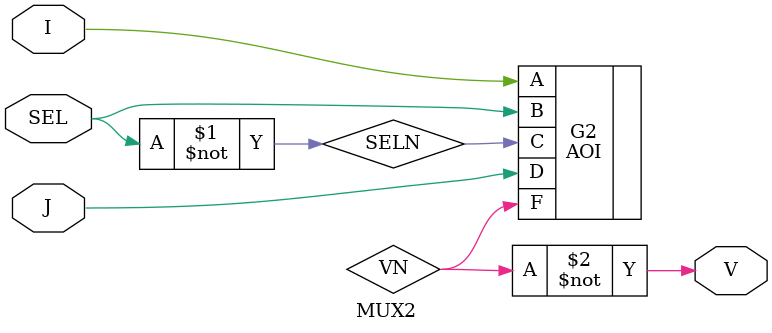
<source format=sv>
module MUX2 (V, SEL, I, J);
   output logic V;
   input  logic SEL, I, J;
   logic  SELN, VN;

   not G1 (SELN, SEL);
   AOI G2 (.F(VN), .A(I), .B(SEL), .C(SELN), .D(J));
   not G3 (V, VN);

endmodule  // MUX2

</source>
